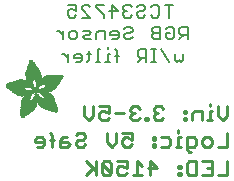
<source format=gbr>
G04 EAGLE Gerber RS-274X export*
G75*
%MOMM*%
%FSLAX34Y34*%
%LPD*%
%INSilkscreen Bottom*%
%IPPOS*%
%AMOC8*
5,1,8,0,0,1.08239X$1,22.5*%
G01*
%ADD10C,0.228600*%
%ADD11C,0.203200*%
%ADD12R,0.068600X0.007600*%
%ADD13R,0.114300X0.007600*%
%ADD14R,0.152400X0.007700*%
%ADD15R,0.182900X0.007600*%
%ADD16R,0.205700X0.007600*%
%ADD17R,0.228600X0.007600*%
%ADD18R,0.259100X0.007600*%
%ADD19R,0.274300X0.007700*%
%ADD20R,0.289500X0.007600*%
%ADD21R,0.304800X0.007600*%
%ADD22R,0.320100X0.007600*%
%ADD23R,0.342900X0.007600*%
%ADD24R,0.350500X0.007700*%
%ADD25R,0.365800X0.007600*%
%ADD26R,0.381000X0.007600*%
%ADD27R,0.388600X0.007600*%
%ADD28R,0.403800X0.007600*%
%ADD29R,0.419100X0.007700*%
%ADD30R,0.426700X0.007600*%
%ADD31R,0.441900X0.007600*%
%ADD32R,0.449600X0.007600*%
%ADD33R,0.464800X0.007600*%
%ADD34R,0.480000X0.007700*%
%ADD35R,0.487600X0.007600*%
%ADD36R,0.495300X0.007600*%
%ADD37R,0.510500X0.007600*%
%ADD38R,0.518100X0.007600*%
%ADD39R,0.525700X0.007700*%
%ADD40R,0.541000X0.007600*%
%ADD41R,0.548600X0.007600*%
%ADD42R,0.563800X0.007600*%
%ADD43R,0.571500X0.007600*%
%ADD44R,0.579100X0.007700*%
%ADD45R,0.594300X0.007600*%
%ADD46R,0.601900X0.007600*%
%ADD47R,0.609600X0.007600*%
%ADD48R,0.624800X0.007600*%
%ADD49R,0.632400X0.007700*%
%ADD50R,0.640000X0.007600*%
%ADD51R,0.655300X0.007600*%
%ADD52R,0.662900X0.007600*%
%ADD53R,0.678100X0.007600*%
%ADD54R,0.685800X0.007700*%
%ADD55R,0.693400X0.007600*%
%ADD56R,0.708600X0.007600*%
%ADD57R,0.716200X0.007600*%
%ADD58R,0.723900X0.007600*%
%ADD59R,0.739100X0.007700*%
%ADD60R,0.746700X0.007600*%
%ADD61R,0.754300X0.007600*%
%ADD62R,0.769600X0.007600*%
%ADD63R,0.777200X0.007600*%
%ADD64R,0.792400X0.007700*%
%ADD65R,0.800100X0.007600*%
%ADD66R,0.807700X0.007600*%
%ADD67R,0.822900X0.007600*%
%ADD68R,0.830500X0.007600*%
%ADD69R,0.838200X0.007700*%
%ADD70R,0.091500X0.007600*%
%ADD71R,0.853400X0.007600*%
%ADD72R,0.144700X0.007600*%
%ADD73R,0.861000X0.007600*%
%ADD74R,0.190500X0.007600*%
%ADD75R,0.876300X0.007600*%
%ADD76R,0.221000X0.007600*%
%ADD77R,0.883900X0.007600*%
%ADD78R,0.259000X0.007700*%
%ADD79R,0.891500X0.007700*%
%ADD80R,0.289600X0.007600*%
%ADD81R,0.906700X0.007600*%
%ADD82R,0.914400X0.007600*%
%ADD83R,0.350500X0.007600*%
%ADD84R,0.922000X0.007600*%
%ADD85R,0.937200X0.007600*%
%ADD86R,0.411400X0.007700*%
%ADD87R,0.944800X0.007700*%
%ADD88R,0.434300X0.007600*%
%ADD89R,0.952500X0.007600*%
%ADD90R,0.464900X0.007600*%
%ADD91R,0.967700X0.007600*%
%ADD92R,0.975300X0.007600*%
%ADD93R,0.518200X0.007600*%
%ADD94R,0.990600X0.007600*%
%ADD95R,0.548600X0.007700*%
%ADD96R,0.998200X0.007700*%
%ADD97R,1.005800X0.007600*%
%ADD98R,0.594400X0.007600*%
%ADD99R,1.021000X0.007600*%
%ADD100R,0.617200X0.007600*%
%ADD101R,1.028700X0.007600*%
%ADD102R,0.647700X0.007600*%
%ADD103R,1.036300X0.007600*%
%ADD104R,0.670500X0.007700*%
%ADD105R,1.051500X0.007700*%
%ADD106R,1.059100X0.007600*%
%ADD107R,0.716300X0.007600*%
%ADD108R,1.066800X0.007600*%
%ADD109R,0.739100X0.007600*%
%ADD110R,1.074400X0.007600*%
%ADD111R,0.762000X0.007600*%
%ADD112R,1.089600X0.007600*%
%ADD113R,0.784800X0.007700*%
%ADD114R,1.097200X0.007700*%
%ADD115R,1.104900X0.007600*%
%ADD116R,0.830600X0.007600*%
%ADD117R,1.112500X0.007600*%
%ADD118R,0.845800X0.007600*%
%ADD119R,1.120100X0.007600*%
%ADD120R,0.868700X0.007600*%
%ADD121R,1.127700X0.007600*%
%ADD122R,1.135300X0.007700*%
%ADD123R,1.143000X0.007600*%
%ADD124R,0.944900X0.007600*%
%ADD125R,1.150600X0.007600*%
%ADD126R,0.960100X0.007600*%
%ADD127R,1.158200X0.007600*%
%ADD128R,0.983000X0.007600*%
%ADD129R,1.165800X0.007600*%
%ADD130R,1.005900X0.007700*%
%ADD131R,1.173400X0.007700*%
%ADD132R,1.021100X0.007600*%
%ADD133R,1.181100X0.007600*%
%ADD134R,1.044000X0.007600*%
%ADD135R,1.188700X0.007600*%
%ADD136R,1.196300X0.007600*%
%ADD137R,1.082000X0.007600*%
%ADD138R,1.203900X0.007600*%
%ADD139R,1.104900X0.007700*%
%ADD140R,1.211500X0.007700*%
%ADD141R,1.211500X0.007600*%
%ADD142R,1.219200X0.007600*%
%ADD143R,1.226800X0.007600*%
%ADD144R,1.234400X0.007600*%
%ADD145R,1.188700X0.007700*%
%ADD146R,1.242000X0.007700*%
%ADD147R,1.242000X0.007600*%
%ADD148R,1.211600X0.007600*%
%ADD149R,1.249600X0.007600*%
%ADD150R,1.257300X0.007600*%
%ADD151R,1.264900X0.007600*%
%ADD152R,1.242100X0.007700*%
%ADD153R,1.264900X0.007700*%
%ADD154R,1.272500X0.007600*%
%ADD155R,1.265000X0.007600*%
%ADD156R,1.280100X0.007600*%
%ADD157R,1.272600X0.007600*%
%ADD158R,1.287700X0.007600*%
%ADD159R,1.287800X0.007600*%
%ADD160R,1.295400X0.007700*%
%ADD161R,1.303000X0.007600*%
%ADD162R,1.318200X0.007600*%
%ADD163R,1.310600X0.007600*%
%ADD164R,1.325900X0.007600*%
%ADD165R,1.341100X0.007700*%
%ADD166R,1.318200X0.007700*%
%ADD167R,1.341100X0.007600*%
%ADD168R,1.325800X0.007600*%
%ADD169R,1.348700X0.007600*%
%ADD170R,1.364000X0.007600*%
%ADD171R,1.333500X0.007600*%
%ADD172R,1.371600X0.007700*%
%ADD173R,1.379200X0.007600*%
%ADD174R,1.379300X0.007600*%
%ADD175R,1.386900X0.007600*%
%ADD176R,1.394500X0.007600*%
%ADD177R,1.356300X0.007600*%
%ADD178R,1.394400X0.007700*%
%ADD179R,1.356300X0.007700*%
%ADD180R,1.402000X0.007600*%
%ADD181R,1.409700X0.007600*%
%ADD182R,1.363900X0.007600*%
%ADD183R,1.417300X0.007600*%
%ADD184R,1.371600X0.007600*%
%ADD185R,1.424900X0.007700*%
%ADD186R,1.424900X0.007600*%
%ADD187R,1.432600X0.007600*%
%ADD188R,1.440200X0.007600*%
%ADD189R,1.386800X0.007600*%
%ADD190R,1.447800X0.007700*%
%ADD191R,1.386800X0.007700*%
%ADD192R,1.447800X0.007600*%
%ADD193R,1.455500X0.007600*%
%ADD194R,1.394400X0.007600*%
%ADD195R,1.463100X0.007600*%
%ADD196R,1.455400X0.007700*%
%ADD197R,1.463000X0.007600*%
%ADD198R,1.470600X0.007600*%
%ADD199R,1.470600X0.007700*%
%ADD200R,1.409700X0.007700*%
%ADD201R,1.470700X0.007600*%
%ADD202R,1.402100X0.007600*%
%ADD203R,1.478300X0.007600*%
%ADD204R,1.478300X0.007700*%
%ADD205R,1.402100X0.007700*%
%ADD206R,1.485900X0.007600*%
%ADD207R,1.485900X0.007700*%
%ADD208R,1.493500X0.007700*%
%ADD209R,1.493500X0.007600*%
%ADD210R,1.394500X0.007700*%
%ADD211R,1.493600X0.007700*%
%ADD212R,1.386900X0.007700*%
%ADD213R,1.379200X0.007700*%
%ADD214R,2.857500X0.007700*%
%ADD215R,2.857500X0.007600*%
%ADD216R,2.849900X0.007600*%
%ADD217R,2.842300X0.007600*%
%ADD218R,2.834700X0.007700*%
%ADD219R,2.827000X0.007600*%
%ADD220R,2.819400X0.007600*%
%ADD221R,2.811800X0.007600*%
%ADD222R,2.811800X0.007700*%
%ADD223R,2.804100X0.007600*%
%ADD224R,2.796500X0.007600*%
%ADD225R,1.966000X0.007600*%
%ADD226R,1.943100X0.007600*%
%ADD227R,0.754400X0.007600*%
%ADD228R,1.927900X0.007700*%
%ADD229R,0.746700X0.007700*%
%ADD230R,1.912600X0.007600*%
%ADD231R,0.731500X0.007600*%
%ADD232R,1.905000X0.007600*%
%ADD233R,1.882200X0.007600*%
%ADD234R,1.874600X0.007600*%
%ADD235R,1.866900X0.007700*%
%ADD236R,0.708700X0.007700*%
%ADD237R,1.851600X0.007600*%
%ADD238R,0.701100X0.007600*%
%ADD239R,1.844000X0.007600*%
%ADD240R,1.836400X0.007600*%
%ADD241R,1.821200X0.007600*%
%ADD242R,0.685800X0.007600*%
%ADD243R,1.813500X0.007700*%
%ADD244R,1.805900X0.007600*%
%ADD245R,0.678200X0.007600*%
%ADD246R,1.790700X0.007600*%
%ADD247R,0.670600X0.007600*%
%ADD248R,1.775500X0.007600*%
%ADD249R,1.767900X0.007700*%
%ADD250R,0.663000X0.007700*%
%ADD251R,1.760200X0.007600*%
%ADD252R,1.752600X0.007600*%
%ADD253R,0.937300X0.007600*%
%ADD254R,0.792500X0.007600*%
%ADD255R,0.899100X0.007600*%
%ADD256R,0.883900X0.007700*%
%ADD257R,0.716300X0.007700*%
%ADD258R,0.647700X0.007700*%
%ADD259R,0.640100X0.007600*%
%ADD260R,0.632500X0.007600*%
%ADD261R,0.655400X0.007600*%
%ADD262R,0.632400X0.007600*%
%ADD263R,0.845800X0.007700*%
%ADD264R,0.617200X0.007700*%
%ADD265R,0.624800X0.007700*%
%ADD266R,0.602000X0.007600*%
%ADD267R,0.838200X0.007600*%
%ADD268R,0.586700X0.007600*%
%ADD269R,0.548700X0.007600*%
%ADD270R,0.830500X0.007700*%
%ADD271R,0.541000X0.007700*%
%ADD272R,0.594300X0.007700*%
%ADD273R,0.525800X0.007600*%
%ADD274R,0.586800X0.007600*%
%ADD275R,0.815300X0.007600*%
%ADD276R,0.579200X0.007600*%
%ADD277R,0.815400X0.007600*%
%ADD278R,0.815400X0.007700*%
%ADD279R,0.571500X0.007700*%
%ADD280R,0.807800X0.007600*%
%ADD281R,0.563900X0.007600*%
%ADD282R,0.457200X0.007600*%
%ADD283R,0.442000X0.007600*%
%ADD284R,0.556300X0.007600*%
%ADD285R,0.807700X0.007700*%
%ADD286R,0.411500X0.007600*%
%ADD287R,0.533400X0.007600*%
%ADD288R,0.076200X0.007600*%
%ADD289R,0.403900X0.007600*%
%ADD290R,0.525700X0.007600*%
%ADD291R,0.388700X0.007600*%
%ADD292R,0.297200X0.007600*%
%ADD293R,0.373400X0.007700*%
%ADD294R,0.503000X0.007700*%
%ADD295R,0.426800X0.007700*%
%ADD296R,0.358100X0.007600*%
%ADD297R,0.502900X0.007600*%
%ADD298R,0.472400X0.007600*%
%ADD299R,0.487700X0.007600*%
%ADD300R,0.335300X0.007600*%
%ADD301R,0.792500X0.007700*%
%ADD302R,0.327600X0.007700*%
%ADD303R,0.472400X0.007700*%
%ADD304R,0.640000X0.007700*%
%ADD305R,0.784800X0.007600*%
%ADD306R,0.320000X0.007600*%
%ADD307R,0.792400X0.007600*%
%ADD308R,1.173400X0.007600*%
%ADD309R,1.196400X0.007600*%
%ADD310R,0.784900X0.007600*%
%ADD311R,0.784900X0.007700*%
%ADD312R,0.297200X0.007700*%
%ADD313R,1.249700X0.007600*%
%ADD314R,0.281900X0.007600*%
%ADD315R,1.295400X0.007600*%
%ADD316R,0.266700X0.007600*%
%ADD317R,0.777300X0.007700*%
%ADD318R,0.266700X0.007700*%
%ADD319R,1.333500X0.007700*%
%ADD320R,0.777300X0.007600*%
%ADD321R,1.348800X0.007600*%
%ADD322R,0.251500X0.007600*%
%ADD323R,0.243900X0.007700*%
%ADD324R,0.243900X0.007600*%
%ADD325R,1.440100X0.007600*%
%ADD326R,0.236200X0.007600*%
%ADD327R,0.762000X0.007700*%
%ADD328R,0.236200X0.007700*%
%ADD329R,1.508700X0.007700*%
%ADD330R,1.531600X0.007600*%
%ADD331R,1.546900X0.007600*%
%ADD332R,1.569700X0.007600*%
%ADD333R,1.585000X0.007600*%
%ADD334R,0.746800X0.007700*%
%ADD335R,1.607800X0.007700*%
%ADD336R,0.243800X0.007600*%
%ADD337R,1.630700X0.007600*%
%ADD338R,1.653500X0.007600*%
%ADD339R,0.739200X0.007600*%
%ADD340R,1.684000X0.007600*%
%ADD341R,2.019300X0.007600*%
%ADD342R,0.731500X0.007700*%
%ADD343R,2.026900X0.007700*%
%ADD344R,2.049800X0.007600*%
%ADD345R,2.057400X0.007600*%
%ADD346R,0.708700X0.007600*%
%ADD347R,2.072600X0.007600*%
%ADD348R,0.701000X0.007600*%
%ADD349R,2.095500X0.007600*%
%ADD350R,0.693500X0.007700*%
%ADD351R,2.110800X0.007700*%
%ADD352R,2.141200X0.007600*%
%ADD353R,0.060900X0.007600*%
%ADD354R,2.872700X0.007600*%
%ADD355R,3.124200X0.007600*%
%ADD356R,3.177600X0.007600*%
%ADD357R,3.215600X0.007700*%
%ADD358R,3.253700X0.007600*%
%ADD359R,3.284300X0.007600*%
%ADD360R,3.314700X0.007600*%
%ADD361R,3.352800X0.007600*%
%ADD362R,3.375600X0.007700*%
%ADD363R,3.406200X0.007600*%
%ADD364R,3.429000X0.007600*%
%ADD365R,3.451800X0.007600*%
%ADD366R,3.482400X0.007600*%
%ADD367R,1.828800X0.007700*%
%ADD368R,1.539300X0.007700*%
%ADD369R,1.767900X0.007600*%
%ADD370R,1.767800X0.007600*%
%ADD371R,1.760200X0.007700*%
%ADD372R,1.760300X0.007600*%
%ADD373R,1.775400X0.007700*%
%ADD374R,1.379300X0.007700*%
%ADD375R,1.783000X0.007600*%
%ADD376R,1.813500X0.007600*%
%ADD377R,1.821100X0.007700*%
%ADD378R,0.503000X0.007600*%
%ADD379R,1.135400X0.007600*%
%ADD380R,1.127700X0.007700*%
%ADD381R,0.487700X0.007700*%
%ADD382R,1.120200X0.007600*%
%ADD383R,1.097300X0.007600*%
%ADD384R,0.510600X0.007600*%
%ADD385R,1.074400X0.007700*%
%ADD386R,0.525800X0.007700*%
%ADD387R,1.440200X0.007700*%
%ADD388R,1.059200X0.007600*%
%ADD389R,1.051600X0.007600*%
%ADD390R,1.051500X0.007600*%
%ADD391R,1.043900X0.007700*%
%ADD392R,0.602000X0.007700*%
%ADD393R,1.524000X0.007600*%
%ADD394R,1.539300X0.007600*%
%ADD395R,1.592600X0.007600*%
%ADD396R,1.021100X0.007700*%
%ADD397R,1.615400X0.007700*%
%ADD398R,1.013400X0.007600*%
%ADD399R,1.653600X0.007600*%
%ADD400R,1.013500X0.007600*%
%ADD401R,1.699300X0.007600*%
%ADD402R,2.743200X0.007600*%
%ADD403R,1.005900X0.007600*%
%ADD404R,2.415500X0.007600*%
%ADD405R,1.005800X0.007700*%
%ADD406R,0.281900X0.007700*%
%ADD407R,2.408000X0.007700*%
%ADD408R,2.407900X0.007600*%
%ADD409R,0.998200X0.007600*%
%ADD410R,0.282000X0.007600*%
%ADD411R,0.998300X0.007600*%
%ADD412R,2.400300X0.007600*%
%ADD413R,0.289500X0.007700*%
%ADD414R,2.400300X0.007700*%
%ADD415R,0.297100X0.007600*%
%ADD416R,0.312400X0.007600*%
%ADD417R,2.392700X0.007600*%
%ADD418R,0.990600X0.007700*%
%ADD419R,0.327700X0.007700*%
%ADD420R,2.392700X0.007700*%
%ADD421R,2.385100X0.007600*%
%ADD422R,0.381000X0.007700*%
%ADD423R,2.377400X0.007700*%
%ADD424R,2.377400X0.007600*%
%ADD425R,2.369800X0.007600*%
%ADD426R,0.419100X0.007600*%
%ADD427R,2.362200X0.007600*%
%ADD428R,0.426800X0.007600*%
%ADD429R,1.036300X0.007700*%
%ADD430R,0.442000X0.007700*%
%ADD431R,2.354600X0.007700*%
%ADD432R,2.354600X0.007600*%
%ADD433R,0.480100X0.007600*%
%ADD434R,2.347000X0.007600*%
%ADD435R,1.074500X0.007600*%
%ADD436R,2.339400X0.007600*%
%ADD437R,1.082100X0.007700*%
%ADD438R,0.548700X0.007700*%
%ADD439R,2.331800X0.007700*%
%ADD440R,2.331800X0.007600*%
%ADD441R,0.624900X0.007600*%
%ADD442R,2.324100X0.007600*%
%ADD443R,1.859300X0.007600*%
%ADD444R,2.308800X0.007600*%
%ADD445R,2.301200X0.007700*%
%ADD446R,2.301200X0.007600*%
%ADD447R,2.293600X0.007600*%
%ADD448R,2.278400X0.007600*%
%ADD449R,1.889800X0.007600*%
%ADD450R,2.270700X0.007600*%
%ADD451R,1.897400X0.007700*%
%ADD452R,2.255500X0.007700*%
%ADD453R,1.897400X0.007600*%
%ADD454R,2.247900X0.007600*%
%ADD455R,2.232600X0.007600*%
%ADD456R,1.912700X0.007600*%
%ADD457R,2.209800X0.007600*%
%ADD458R,1.920300X0.007600*%
%ADD459R,2.186900X0.007600*%
%ADD460R,1.920300X0.007700*%
%ADD461R,2.171700X0.007700*%
%ADD462R,1.935500X0.007600*%
%ADD463R,2.148800X0.007600*%
%ADD464R,2.126000X0.007600*%
%ADD465R,1.950700X0.007600*%
%ADD466R,1.958400X0.007700*%
%ADD467R,2.042200X0.007700*%
%ADD468R,1.973600X0.007600*%
%ADD469R,1.996500X0.007600*%
%ADD470R,1.981200X0.007600*%
%ADD471R,1.988800X0.007600*%
%ADD472R,1.996400X0.007700*%
%ADD473R,1.996400X0.007600*%
%ADD474R,2.004100X0.007600*%
%ADD475R,1.874500X0.007600*%
%ADD476R,1.425000X0.007600*%
%ADD477R,2.026900X0.007600*%
%ADD478R,0.434400X0.007700*%
%ADD479R,1.364000X0.007700*%
%ADD480R,2.034500X0.007600*%
%ADD481R,0.434400X0.007600*%
%ADD482R,2.049700X0.007600*%
%ADD483R,2.065000X0.007700*%
%ADD484R,0.464800X0.007700*%
%ADD485R,1.196300X0.007700*%
%ADD486R,2.080300X0.007600*%
%ADD487R,1.158300X0.007600*%
%ADD488R,2.087900X0.007600*%
%ADD489R,0.472500X0.007600*%
%ADD490R,2.103100X0.007600*%
%ADD491R,2.118400X0.007600*%
%ADD492R,2.133600X0.007600*%
%ADD493R,2.148800X0.007700*%
%ADD494R,2.164000X0.007600*%
%ADD495R,2.171700X0.007600*%
%ADD496R,2.187000X0.007600*%
%ADD497R,0.556200X0.007600*%
%ADD498R,2.202200X0.007700*%
%ADD499R,0.556200X0.007700*%
%ADD500R,0.640100X0.007700*%
%ADD501R,0.579100X0.007600*%
%ADD502R,0.480000X0.007600*%
%ADD503R,1.752600X0.007700*%
%ADD504R,0.487600X0.007700*%
%ADD505R,0.594400X0.007700*%
%ADD506R,0.358100X0.007700*%
%ADD507R,0.099000X0.007600*%
%ADD508R,1.280200X0.007600*%
%ADD509R,1.745000X0.007600*%
%ADD510R,1.744900X0.007600*%
%ADD511R,1.737300X0.007700*%
%ADD512R,1.737400X0.007600*%
%ADD513R,1.729800X0.007600*%
%ADD514R,1.722200X0.007600*%
%ADD515R,1.722100X0.007600*%
%ADD516R,1.714500X0.007700*%
%ADD517R,1.356400X0.007700*%
%ADD518R,1.706900X0.007600*%
%ADD519R,1.356400X0.007600*%
%ADD520R,1.691700X0.007600*%
%ADD521R,1.668800X0.007700*%
%ADD522R,1.645900X0.007600*%
%ADD523R,1.623100X0.007600*%
%ADD524R,1.577400X0.007600*%
%ADD525R,1.554400X0.007600*%
%ADD526R,1.539200X0.007600*%
%ADD527R,1.524000X0.007700*%
%ADD528R,1.501100X0.007600*%
%ADD529R,1.455400X0.007600*%
%ADD530R,1.348800X0.007700*%
%ADD531R,1.318300X0.007600*%
%ADD532R,1.310600X0.007700*%
%ADD533R,1.287800X0.007700*%
%ADD534R,1.234500X0.007600*%
%ADD535R,1.226900X0.007600*%
%ADD536R,1.173500X0.007700*%
%ADD537R,1.173500X0.007600*%
%ADD538R,1.165900X0.007600*%
%ADD539R,1.143000X0.007700*%
%ADD540R,1.127800X0.007600*%
%ADD541R,1.097200X0.007600*%
%ADD542R,1.028700X0.007700*%
%ADD543R,0.982900X0.007600*%
%ADD544R,0.952500X0.007700*%
%ADD545R,0.929600X0.007600*%
%ADD546R,0.906800X0.007700*%
%ADD547R,0.906800X0.007600*%
%ADD548R,0.899200X0.007600*%
%ADD549R,0.884000X0.007600*%
%ADD550R,0.876300X0.007700*%
%ADD551R,0.830600X0.007700*%
%ADD552R,0.754400X0.007700*%
%ADD553R,0.746800X0.007600*%
%ADD554R,0.708600X0.007700*%
%ADD555R,0.678200X0.007700*%
%ADD556R,0.663000X0.007600*%
%ADD557R,0.632500X0.007700*%
%ADD558R,0.556300X0.007700*%
%ADD559R,0.518200X0.007700*%
%ADD560R,0.434300X0.007700*%
%ADD561R,0.396300X0.007700*%
%ADD562R,0.373300X0.007600*%
%ADD563R,0.365700X0.007600*%
%ADD564R,0.327700X0.007600*%
%ADD565R,0.304800X0.007700*%
%ADD566R,0.274300X0.007600*%
%ADD567R,0.243800X0.007700*%
%ADD568R,0.205800X0.007600*%
%ADD569R,0.152400X0.007600*%
%ADD570R,0.121900X0.007700*%


D10*
X190127Y104681D02*
X190127Y96716D01*
X186144Y92733D01*
X182162Y96716D01*
X182162Y104681D01*
X177030Y100698D02*
X175038Y100698D01*
X175038Y92733D01*
X173047Y92733D02*
X177030Y92733D01*
X175038Y104681D02*
X175038Y106673D01*
X168298Y100698D02*
X168298Y92733D01*
X168298Y100698D02*
X162324Y100698D01*
X160333Y98707D01*
X160333Y92733D01*
X155201Y100698D02*
X153210Y100698D01*
X153210Y98707D01*
X155201Y98707D01*
X155201Y100698D01*
X155201Y94724D02*
X153210Y94724D01*
X153210Y92733D01*
X155201Y92733D01*
X155201Y94724D01*
X135555Y102690D02*
X133564Y104681D01*
X129581Y104681D01*
X127590Y102690D01*
X127590Y100698D01*
X129581Y98707D01*
X131572Y98707D01*
X129581Y98707D02*
X127590Y96716D01*
X127590Y94724D01*
X129581Y92733D01*
X133564Y92733D01*
X135555Y94724D01*
X122458Y94724D02*
X122458Y92733D01*
X122458Y94724D02*
X120467Y94724D01*
X120467Y92733D01*
X122458Y92733D01*
X115909Y102690D02*
X113918Y104681D01*
X109935Y104681D01*
X107944Y102690D01*
X107944Y100698D01*
X109935Y98707D01*
X111927Y98707D01*
X109935Y98707D02*
X107944Y96716D01*
X107944Y94724D01*
X109935Y92733D01*
X113918Y92733D01*
X115909Y94724D01*
X102812Y98707D02*
X94847Y98707D01*
X89715Y104681D02*
X81749Y104681D01*
X89715Y104681D02*
X89715Y98707D01*
X85732Y100698D01*
X83741Y100698D01*
X81749Y98707D01*
X81749Y94724D01*
X83741Y92733D01*
X87723Y92733D01*
X89715Y94724D01*
X76618Y96716D02*
X76618Y104681D01*
X76618Y96716D02*
X72635Y92733D01*
X68652Y96716D01*
X68652Y104681D01*
X189807Y82221D02*
X189807Y70273D01*
X181842Y70273D01*
X174718Y70273D02*
X170736Y70273D01*
X168744Y72264D01*
X168744Y76247D01*
X170736Y78238D01*
X174718Y78238D01*
X176710Y76247D01*
X176710Y72264D01*
X174718Y70273D01*
X159630Y66290D02*
X157638Y66290D01*
X155647Y68282D01*
X155647Y78238D01*
X161621Y78238D01*
X163613Y76247D01*
X163613Y72264D01*
X161621Y70273D01*
X155647Y70273D01*
X150515Y78238D02*
X148524Y78238D01*
X148524Y70273D01*
X150515Y70273D02*
X146533Y70273D01*
X148524Y82221D02*
X148524Y84213D01*
X139792Y78238D02*
X133818Y78238D01*
X139792Y78238D02*
X141784Y76247D01*
X141784Y72264D01*
X139792Y70273D01*
X133818Y70273D01*
X128687Y78238D02*
X126695Y78238D01*
X126695Y76247D01*
X128687Y76247D01*
X128687Y78238D01*
X128687Y72264D02*
X126695Y72264D01*
X126695Y70273D01*
X128687Y70273D01*
X128687Y72264D01*
X109041Y82221D02*
X101075Y82221D01*
X109041Y82221D02*
X109041Y76247D01*
X105058Y78238D01*
X103067Y78238D01*
X101075Y76247D01*
X101075Y72264D01*
X103067Y70273D01*
X107049Y70273D01*
X109041Y72264D01*
X95943Y74256D02*
X95943Y82221D01*
X95943Y74256D02*
X91961Y70273D01*
X87978Y74256D01*
X87978Y82221D01*
X63775Y82221D02*
X61783Y80230D01*
X63775Y82221D02*
X67758Y82221D01*
X69749Y80230D01*
X69749Y78238D01*
X67758Y76247D01*
X63775Y76247D01*
X61783Y74256D01*
X61783Y72264D01*
X63775Y70273D01*
X67758Y70273D01*
X69749Y72264D01*
X54660Y78238D02*
X50678Y78238D01*
X48686Y76247D01*
X48686Y70273D01*
X54660Y70273D01*
X56652Y72264D01*
X54660Y74256D01*
X48686Y74256D01*
X41563Y70273D02*
X41563Y80230D01*
X39572Y82221D01*
X39572Y76247D02*
X43554Y76247D01*
X32832Y70273D02*
X28849Y70273D01*
X32832Y70273D02*
X34823Y72264D01*
X34823Y76247D01*
X32832Y78238D01*
X28849Y78238D01*
X26857Y76247D01*
X26857Y74256D01*
X34823Y74256D01*
D11*
X140515Y179746D02*
X140515Y190423D01*
X144074Y190423D02*
X136956Y190423D01*
X127041Y190423D02*
X125262Y188644D01*
X127041Y190423D02*
X130601Y190423D01*
X132380Y188644D01*
X132380Y181526D01*
X130601Y179746D01*
X127041Y179746D01*
X125262Y181526D01*
X115348Y190423D02*
X113568Y188644D01*
X115348Y190423D02*
X118907Y190423D01*
X120686Y188644D01*
X120686Y186864D01*
X118907Y185085D01*
X115348Y185085D01*
X113568Y183305D01*
X113568Y181526D01*
X115348Y179746D01*
X118907Y179746D01*
X120686Y181526D01*
X108992Y188644D02*
X107213Y190423D01*
X103654Y190423D01*
X101874Y188644D01*
X101874Y186864D01*
X103654Y185085D01*
X105433Y185085D01*
X103654Y185085D02*
X101874Y183305D01*
X101874Y181526D01*
X103654Y179746D01*
X107213Y179746D01*
X108992Y181526D01*
X91960Y179746D02*
X91960Y190423D01*
X97298Y185085D01*
X90180Y185085D01*
X85604Y190423D02*
X78486Y190423D01*
X78486Y188644D01*
X85604Y181526D01*
X85604Y179746D01*
X73910Y179746D02*
X66792Y179746D01*
X73910Y179746D02*
X66792Y186864D01*
X66792Y188644D01*
X68572Y190423D01*
X72131Y190423D01*
X73910Y188644D01*
X62216Y190423D02*
X55098Y190423D01*
X62216Y190423D02*
X62216Y185085D01*
X58657Y186864D01*
X56878Y186864D01*
X55098Y185085D01*
X55098Y181526D01*
X56878Y179746D01*
X60437Y179746D01*
X62216Y181526D01*
X156504Y171883D02*
X156504Y161206D01*
X156504Y171883D02*
X151165Y171883D01*
X149386Y170104D01*
X149386Y166545D01*
X151165Y164765D01*
X156504Y164765D01*
X152945Y164765D02*
X149386Y161206D01*
X139471Y171883D02*
X137692Y170104D01*
X139471Y171883D02*
X143031Y171883D01*
X144810Y170104D01*
X144810Y162986D01*
X143031Y161206D01*
X139471Y161206D01*
X137692Y162986D01*
X137692Y166545D01*
X141251Y166545D01*
X133116Y171883D02*
X133116Y161206D01*
X133116Y171883D02*
X127778Y171883D01*
X125998Y170104D01*
X125998Y168324D01*
X127778Y166545D01*
X125998Y164765D01*
X125998Y162986D01*
X127778Y161206D01*
X133116Y161206D01*
X133116Y166545D02*
X127778Y166545D01*
X104390Y171883D02*
X102610Y170104D01*
X104390Y171883D02*
X107949Y171883D01*
X109728Y170104D01*
X109728Y168324D01*
X107949Y166545D01*
X104390Y166545D01*
X102610Y164765D01*
X102610Y162986D01*
X104390Y161206D01*
X107949Y161206D01*
X109728Y162986D01*
X96255Y161206D02*
X92696Y161206D01*
X96255Y161206D02*
X98034Y162986D01*
X98034Y166545D01*
X96255Y168324D01*
X92696Y168324D01*
X90916Y166545D01*
X90916Y164765D01*
X98034Y164765D01*
X86340Y161206D02*
X86340Y168324D01*
X81002Y168324D01*
X79222Y166545D01*
X79222Y161206D01*
X74646Y161206D02*
X69308Y161206D01*
X67528Y162986D01*
X69308Y164765D01*
X72867Y164765D01*
X74646Y166545D01*
X72867Y168324D01*
X67528Y168324D01*
X61173Y161206D02*
X57614Y161206D01*
X55834Y162986D01*
X55834Y166545D01*
X57614Y168324D01*
X61173Y168324D01*
X62952Y166545D01*
X62952Y162986D01*
X61173Y161206D01*
X51258Y161206D02*
X51258Y168324D01*
X51258Y164765D02*
X47699Y168324D01*
X45920Y168324D01*
X152694Y149274D02*
X152694Y143936D01*
X150915Y142156D01*
X149135Y143936D01*
X147355Y142156D01*
X145576Y143936D01*
X145576Y149274D01*
X141000Y142156D02*
X133882Y152833D01*
X129306Y142156D02*
X125747Y142156D01*
X127527Y142156D02*
X127527Y152833D01*
X129306Y152833D02*
X125747Y152833D01*
X121510Y152833D02*
X121510Y142156D01*
X121510Y152833D02*
X116172Y152833D01*
X114392Y151054D01*
X114392Y147495D01*
X116172Y145715D01*
X121510Y145715D01*
X117951Y145715D02*
X114392Y142156D01*
X96343Y142156D02*
X96343Y151054D01*
X94563Y152833D01*
X94563Y147495D02*
X98122Y147495D01*
X90326Y149274D02*
X88547Y149274D01*
X88547Y142156D01*
X90326Y142156D02*
X86767Y142156D01*
X88547Y152833D02*
X88547Y154613D01*
X82530Y152833D02*
X80751Y152833D01*
X80751Y142156D01*
X82530Y142156D02*
X78971Y142156D01*
X72955Y143936D02*
X72955Y151054D01*
X72955Y143936D02*
X71175Y142156D01*
X71175Y149274D02*
X74734Y149274D01*
X65159Y142156D02*
X61600Y142156D01*
X65159Y142156D02*
X66938Y143936D01*
X66938Y147495D01*
X65159Y149274D01*
X61600Y149274D01*
X59820Y147495D01*
X59820Y145715D01*
X66938Y145715D01*
X55244Y142156D02*
X55244Y149274D01*
X55244Y145715D02*
X51685Y149274D01*
X49906Y149274D01*
D10*
X189807Y58091D02*
X189807Y46143D01*
X181842Y46143D01*
X176710Y58091D02*
X168744Y58091D01*
X176710Y58091D02*
X176710Y46143D01*
X168744Y46143D01*
X172727Y52117D02*
X176710Y52117D01*
X163613Y58091D02*
X163613Y46143D01*
X157638Y46143D01*
X155647Y48134D01*
X155647Y56100D01*
X157638Y58091D01*
X163613Y58091D01*
X150515Y54108D02*
X148524Y54108D01*
X148524Y52117D01*
X150515Y52117D01*
X150515Y54108D01*
X150515Y48134D02*
X148524Y48134D01*
X148524Y46143D01*
X150515Y46143D01*
X150515Y48134D01*
X124895Y46143D02*
X124895Y58091D01*
X130869Y52117D01*
X122904Y52117D01*
X117772Y54108D02*
X113789Y58091D01*
X113789Y46143D01*
X109807Y46143D02*
X117772Y46143D01*
X104675Y58091D02*
X96709Y58091D01*
X104675Y58091D02*
X104675Y52117D01*
X100692Y54108D01*
X98701Y54108D01*
X96709Y52117D01*
X96709Y48134D01*
X98701Y46143D01*
X102684Y46143D01*
X104675Y48134D01*
X91578Y48134D02*
X91578Y56100D01*
X89586Y58091D01*
X85604Y58091D01*
X83612Y56100D01*
X83612Y48134D01*
X85604Y46143D01*
X89586Y46143D01*
X91578Y48134D01*
X83612Y56100D01*
X78480Y58091D02*
X78480Y46143D01*
X78480Y50126D02*
X70515Y58091D01*
X76489Y52117D02*
X70515Y46143D01*
D12*
X16852Y94610D03*
D13*
X16853Y94686D03*
D14*
X16890Y94763D03*
D15*
X16891Y94839D03*
D16*
X16853Y94915D03*
D17*
X16890Y94991D03*
D18*
X16891Y95067D03*
D19*
X16891Y95144D03*
D20*
X16891Y95220D03*
D21*
X16967Y95296D03*
D22*
X16967Y95372D03*
D23*
X17005Y95448D03*
D24*
X17043Y95525D03*
D25*
X17043Y95601D03*
D26*
X17119Y95677D03*
D27*
X17157Y95753D03*
D28*
X17157Y95829D03*
D29*
X17234Y95906D03*
D30*
X17272Y95982D03*
D31*
X17348Y96058D03*
D32*
X17386Y96134D03*
D33*
X17386Y96210D03*
D34*
X17462Y96287D03*
D35*
X17500Y96363D03*
D36*
X17539Y96439D03*
D37*
X17615Y96515D03*
D38*
X17653Y96591D03*
D39*
X17691Y96668D03*
D40*
X17767Y96744D03*
D41*
X17805Y96820D03*
D42*
X17881Y96896D03*
D43*
X17920Y96972D03*
D44*
X17958Y97049D03*
D45*
X18034Y97125D03*
D46*
X18072Y97201D03*
D47*
X18110Y97277D03*
D48*
X18186Y97353D03*
D49*
X18224Y97430D03*
D50*
X18262Y97506D03*
D51*
X18339Y97582D03*
D52*
X18377Y97658D03*
D53*
X18453Y97734D03*
D54*
X18491Y97811D03*
D55*
X18529Y97887D03*
D56*
X18605Y97963D03*
D57*
X18643Y98039D03*
D58*
X18682Y98115D03*
D59*
X18758Y98192D03*
D60*
X18796Y98268D03*
D61*
X18834Y98344D03*
D62*
X18910Y98420D03*
D63*
X18948Y98496D03*
D64*
X19024Y98573D03*
D65*
X19063Y98649D03*
D66*
X19101Y98725D03*
D67*
X19177Y98801D03*
D68*
X19215Y98877D03*
D69*
X19253Y98954D03*
D70*
X44780Y99030D03*
D71*
X19329Y99030D03*
D72*
X44742Y99106D03*
D73*
X19367Y99106D03*
D74*
X44666Y99182D03*
D75*
X19444Y99182D03*
D76*
X44589Y99258D03*
D77*
X19482Y99258D03*
D78*
X44551Y99335D03*
D79*
X19520Y99335D03*
D80*
X44475Y99411D03*
D81*
X19596Y99411D03*
D22*
X44399Y99487D03*
D82*
X19634Y99487D03*
D83*
X44323Y99563D03*
D84*
X19672Y99563D03*
D26*
X44246Y99639D03*
D85*
X19748Y99639D03*
D86*
X44170Y99716D03*
D87*
X19786Y99716D03*
D88*
X44056Y99792D03*
D89*
X19825Y99792D03*
D90*
X43980Y99868D03*
D91*
X19901Y99868D03*
D36*
X43904Y99944D03*
D92*
X19939Y99944D03*
D93*
X43789Y100020D03*
D94*
X20015Y100020D03*
D95*
X43713Y100097D03*
D96*
X20053Y100097D03*
D43*
X43599Y100173D03*
D97*
X20091Y100173D03*
D98*
X43484Y100249D03*
D99*
X20167Y100249D03*
D100*
X43370Y100325D03*
D101*
X20206Y100325D03*
D102*
X43294Y100401D03*
D103*
X20244Y100401D03*
D104*
X43180Y100478D03*
D105*
X20320Y100478D03*
D55*
X43065Y100554D03*
D106*
X20358Y100554D03*
D107*
X42951Y100630D03*
D108*
X20396Y100630D03*
D109*
X42837Y100706D03*
D110*
X20434Y100706D03*
D111*
X42722Y100782D03*
D112*
X20510Y100782D03*
D113*
X42608Y100859D03*
D114*
X20548Y100859D03*
D66*
X42494Y100935D03*
D115*
X20587Y100935D03*
D116*
X42379Y101011D03*
D117*
X20625Y101011D03*
D118*
X42227Y101087D03*
D119*
X20663Y101087D03*
D120*
X42113Y101163D03*
D121*
X20701Y101163D03*
D79*
X41999Y101240D03*
D122*
X20739Y101240D03*
D84*
X41846Y101316D03*
D123*
X20777Y101316D03*
D124*
X41732Y101392D03*
D125*
X20815Y101392D03*
D126*
X41580Y101468D03*
D127*
X20853Y101468D03*
D128*
X41465Y101544D03*
D129*
X20891Y101544D03*
D130*
X41351Y101621D03*
D131*
X20929Y101621D03*
D132*
X41199Y101697D03*
D133*
X20968Y101697D03*
D134*
X41084Y101773D03*
D135*
X21006Y101773D03*
D108*
X40970Y101849D03*
D136*
X21044Y101849D03*
D137*
X40817Y101925D03*
D138*
X21082Y101925D03*
D139*
X40703Y102002D03*
D140*
X21120Y102002D03*
D119*
X40627Y102078D03*
D141*
X21120Y102078D03*
D123*
X40512Y102154D03*
D142*
X21158Y102154D03*
D125*
X40398Y102230D03*
D143*
X21196Y102230D03*
D129*
X40322Y102306D03*
D144*
X21234Y102306D03*
D145*
X40208Y102383D03*
D146*
X21272Y102383D03*
D136*
X40094Y102459D03*
D147*
X21272Y102459D03*
D148*
X40017Y102535D03*
D149*
X21310Y102535D03*
D143*
X39941Y102611D03*
D150*
X21349Y102611D03*
D143*
X39865Y102687D03*
D151*
X21387Y102687D03*
D152*
X39789Y102764D03*
D153*
X21387Y102764D03*
D150*
X39713Y102840D03*
D154*
X21425Y102840D03*
D155*
X39598Y102916D03*
D156*
X21463Y102916D03*
D157*
X39560Y102992D03*
D158*
X21501Y102992D03*
D159*
X39484Y103068D03*
D158*
X21501Y103068D03*
D160*
X39369Y103145D03*
X21539Y103145D03*
D161*
X39331Y103221D03*
X21577Y103221D03*
D162*
X39255Y103297D03*
D161*
X21577Y103297D03*
D162*
X39179Y103373D03*
D163*
X21615Y103373D03*
D164*
X39141Y103449D03*
D163*
X21615Y103449D03*
D165*
X39065Y103526D03*
D166*
X21653Y103526D03*
D167*
X38989Y103602D03*
D168*
X21691Y103602D03*
D169*
X38951Y103678D03*
D168*
X21691Y103678D03*
D170*
X38874Y103754D03*
D171*
X21730Y103754D03*
D170*
X38798Y103830D03*
D171*
X21730Y103830D03*
D172*
X38760Y103907D03*
D165*
X21768Y103907D03*
D173*
X38722Y103983D03*
D167*
X21768Y103983D03*
D174*
X38646Y104059D03*
D169*
X21806Y104059D03*
D175*
X38608Y104135D03*
D169*
X21806Y104135D03*
D176*
X38570Y104211D03*
D177*
X21844Y104211D03*
D178*
X38493Y104288D03*
D179*
X21844Y104288D03*
D180*
X38455Y104364D03*
D177*
X21844Y104364D03*
D181*
X38417Y104440D03*
D182*
X21882Y104440D03*
D181*
X38341Y104516D03*
D182*
X21882Y104516D03*
D183*
X38303Y104592D03*
D184*
X21920Y104592D03*
D185*
X38265Y104669D03*
D172*
X21920Y104669D03*
D186*
X38189Y104745D03*
D184*
X21920Y104745D03*
D187*
X38150Y104821D03*
D173*
X21958Y104821D03*
D188*
X38112Y104897D03*
D173*
X21958Y104897D03*
D188*
X38036Y104973D03*
D189*
X21996Y104973D03*
D190*
X37998Y105050D03*
D191*
X21996Y105050D03*
D192*
X37998Y105126D03*
D189*
X21996Y105126D03*
D192*
X37922Y105202D03*
D189*
X21996Y105202D03*
D193*
X37884Y105278D03*
D194*
X22034Y105278D03*
D195*
X37846Y105354D03*
D194*
X22034Y105354D03*
D196*
X37807Y105431D03*
D178*
X22034Y105431D03*
D197*
X37769Y105507D03*
D180*
X22072Y105507D03*
D198*
X37731Y105583D03*
D180*
X22072Y105583D03*
D197*
X37693Y105659D03*
D180*
X22072Y105659D03*
D198*
X37655Y105735D03*
D180*
X22072Y105735D03*
D199*
X37655Y105812D03*
D200*
X22111Y105812D03*
D201*
X37579Y105888D03*
D202*
X22149Y105888D03*
D203*
X37541Y105964D03*
D202*
X22149Y105964D03*
D203*
X37541Y106040D03*
D202*
X22149Y106040D03*
D203*
X37465Y106116D03*
D202*
X22149Y106116D03*
D204*
X37465Y106193D03*
D205*
X22149Y106193D03*
D206*
X37427Y106269D03*
D181*
X22187Y106269D03*
D203*
X37389Y106345D03*
D181*
X22187Y106345D03*
D206*
X37351Y106421D03*
D181*
X22187Y106421D03*
D206*
X37351Y106497D03*
D181*
X22187Y106497D03*
D207*
X37274Y106574D03*
D200*
X22187Y106574D03*
D206*
X37274Y106650D03*
D181*
X22187Y106650D03*
D206*
X37274Y106726D03*
D181*
X22187Y106726D03*
D206*
X37198Y106802D03*
D202*
X22225Y106802D03*
D206*
X37198Y106878D03*
D202*
X22225Y106878D03*
D208*
X37160Y106955D03*
D205*
X22225Y106955D03*
D206*
X37122Y107031D03*
D202*
X22225Y107031D03*
D206*
X37122Y107107D03*
D202*
X22225Y107107D03*
D209*
X37084Y107183D03*
D202*
X22225Y107183D03*
D206*
X37046Y107259D03*
D202*
X22225Y107259D03*
D207*
X37046Y107336D03*
D210*
X22263Y107336D03*
D209*
X37008Y107412D03*
D176*
X22263Y107412D03*
D206*
X36970Y107488D03*
D176*
X22263Y107488D03*
D206*
X36970Y107564D03*
D176*
X22263Y107564D03*
D206*
X36970Y107640D03*
D176*
X22263Y107640D03*
D211*
X36931Y107717D03*
D212*
X22301Y107717D03*
D206*
X36893Y107793D03*
D175*
X22301Y107793D03*
D206*
X36893Y107869D03*
D175*
X22301Y107869D03*
D209*
X36855Y107945D03*
D175*
X22301Y107945D03*
D206*
X36817Y108021D03*
D173*
X22339Y108021D03*
D207*
X36817Y108098D03*
D213*
X22339Y108098D03*
D209*
X36779Y108174D03*
D173*
X22339Y108174D03*
D206*
X36741Y108250D03*
D173*
X22339Y108250D03*
D206*
X36741Y108326D03*
D184*
X22377Y108326D03*
D206*
X36741Y108402D03*
D184*
X22377Y108402D03*
D214*
X29807Y108479D03*
D215*
X29807Y108555D03*
D216*
X29845Y108631D03*
D217*
X29807Y108707D03*
X29807Y108783D03*
D218*
X29845Y108860D03*
D219*
X29806Y108936D03*
X29806Y109012D03*
D220*
X29844Y109088D03*
D221*
X29806Y109164D03*
D222*
X29806Y109241D03*
D223*
X29845Y109317D03*
D224*
X29807Y109393D03*
D225*
X33959Y109469D03*
D62*
X19748Y109469D03*
D226*
X34074Y109545D03*
D227*
X19672Y109545D03*
D228*
X34074Y109622D03*
D229*
X19634Y109622D03*
D230*
X34150Y109698D03*
D231*
X19634Y109698D03*
D232*
X34188Y109774D03*
D231*
X19634Y109774D03*
D233*
X34226Y109850D03*
D107*
X19634Y109850D03*
D234*
X34264Y109926D03*
D107*
X19634Y109926D03*
D235*
X34303Y110003D03*
D236*
X19672Y110003D03*
D237*
X34302Y110079D03*
D238*
X19634Y110079D03*
D239*
X34340Y110155D03*
D55*
X19672Y110155D03*
D240*
X34378Y110231D03*
D55*
X19672Y110231D03*
D241*
X34378Y110307D03*
D242*
X19710Y110307D03*
D243*
X34417Y110384D03*
D54*
X19710Y110384D03*
D244*
X34455Y110460D03*
D245*
X19748Y110460D03*
D246*
X34455Y110536D03*
D245*
X19748Y110536D03*
D246*
X34455Y110612D03*
D247*
X19786Y110612D03*
D248*
X34455Y110688D03*
D247*
X19786Y110688D03*
D249*
X34493Y110765D03*
D250*
X19824Y110765D03*
D251*
X34531Y110841D03*
D51*
X19863Y110841D03*
D252*
X34493Y110917D03*
D51*
X19863Y110917D03*
D253*
X38570Y110993D03*
D254*
X29769Y110993D03*
D102*
X19901Y110993D03*
D255*
X38684Y111069D03*
D109*
X29578Y111069D03*
D102*
X19977Y111069D03*
D256*
X38760Y111146D03*
D257*
X29464Y111146D03*
D258*
X19977Y111146D03*
D120*
X38760Y111222D03*
D55*
X29425Y111222D03*
D259*
X20015Y111222D03*
D120*
X38760Y111298D03*
D247*
X29387Y111298D03*
D260*
X20053Y111298D03*
D71*
X38760Y111374D03*
D261*
X29311Y111374D03*
D48*
X20091Y111374D03*
D71*
X38760Y111450D03*
D262*
X29273Y111450D03*
D48*
X20091Y111450D03*
D263*
X38722Y111527D03*
D264*
X29197Y111527D03*
D265*
X20167Y111527D03*
D118*
X38722Y111603D03*
D266*
X29197Y111603D03*
D100*
X20205Y111603D03*
D267*
X38684Y111679D03*
D268*
X29121Y111679D03*
D47*
X20243Y111679D03*
D267*
X38684Y111755D03*
D43*
X29121Y111755D03*
D266*
X20281Y111755D03*
D68*
X38646Y111831D03*
D269*
X29083Y111831D03*
D46*
X20358Y111831D03*
D270*
X38646Y111908D03*
D271*
X29044Y111908D03*
D272*
X20396Y111908D03*
D67*
X38608Y111984D03*
D273*
X29044Y111984D03*
D268*
X20434Y111984D03*
D67*
X38608Y112060D03*
D93*
X29006Y112060D03*
D274*
X20510Y112060D03*
D275*
X38570Y112136D03*
D36*
X28969Y112136D03*
D276*
X20548Y112136D03*
D277*
X38493Y112212D03*
D35*
X28930Y112212D03*
D43*
X20587Y112212D03*
D278*
X38493Y112289D03*
D34*
X28892Y112289D03*
D279*
X20663Y112289D03*
D280*
X38455Y112365D03*
D33*
X28892Y112365D03*
D281*
X20701Y112365D03*
D277*
X38417Y112441D03*
D282*
X28854Y112441D03*
D281*
X20777Y112441D03*
D66*
X38379Y112517D03*
D283*
X28854Y112517D03*
D284*
X20815Y112517D03*
D65*
X38341Y112593D03*
D88*
X28816Y112593D03*
D40*
X20891Y112593D03*
D285*
X38303Y112670D03*
D29*
X28816Y112670D03*
D271*
X20967Y112670D03*
D65*
X38265Y112746D03*
D286*
X28778Y112746D03*
D287*
X21005Y112746D03*
D288*
X16052Y112746D03*
D65*
X38189Y112822D03*
D289*
X28740Y112822D03*
D290*
X21120Y112822D03*
D76*
X16014Y112822D03*
D65*
X38189Y112898D03*
D291*
X28740Y112898D03*
D38*
X21158Y112898D03*
D292*
X16014Y112898D03*
D65*
X38113Y112974D03*
D26*
X28701Y112974D03*
D93*
X21234Y112974D03*
D25*
X15976Y112974D03*
D64*
X38074Y113051D03*
D293*
X28663Y113051D03*
D294*
X21310Y113051D03*
D295*
X15976Y113051D03*
D254*
X37998Y113127D03*
D296*
X28664Y113127D03*
D297*
X21387Y113127D03*
D298*
X15976Y113127D03*
D65*
X37960Y113203D03*
D296*
X28664Y113203D03*
D299*
X21463Y113203D03*
D93*
X15976Y113203D03*
D254*
X37922Y113279D03*
D83*
X28626Y113279D03*
D299*
X21539Y113279D03*
D42*
X15976Y113279D03*
D254*
X37846Y113355D03*
D300*
X28626Y113355D03*
D298*
X21615Y113355D03*
D266*
X15938Y113355D03*
D301*
X37770Y113432D03*
D302*
X28587Y113432D03*
D303*
X21691Y113432D03*
D304*
X15976Y113432D03*
D305*
X37731Y113508D03*
D306*
X28549Y113508D03*
D282*
X21767Y113508D03*
D242*
X15976Y113508D03*
D307*
X37693Y113584D03*
D306*
X28549Y113584D03*
D308*
X18262Y113584D03*
D254*
X37617Y113660D03*
D21*
X28549Y113660D03*
D309*
X18224Y113660D03*
D310*
X37579Y113736D03*
D292*
X28511Y113736D03*
D148*
X18148Y113736D03*
D311*
X37503Y113813D03*
D312*
X28511Y113813D03*
D152*
X18072Y113813D03*
D310*
X37427Y113889D03*
D80*
X28473Y113889D03*
D313*
X18034Y113889D03*
D305*
X37350Y113965D03*
D314*
X28435Y113965D03*
D154*
X17996Y113965D03*
D305*
X37274Y114041D03*
D314*
X28435Y114041D03*
D315*
X17957Y114041D03*
D63*
X37236Y114117D03*
D316*
X28435Y114117D03*
D163*
X17881Y114117D03*
D317*
X37160Y114194D03*
D318*
X28435Y114194D03*
D319*
X17843Y114194D03*
D320*
X37084Y114270D03*
D18*
X28397Y114270D03*
D321*
X17843Y114270D03*
D63*
X37007Y114346D03*
D18*
X28397Y114346D03*
D184*
X17805Y114346D03*
D63*
X36931Y114422D03*
D322*
X28359Y114422D03*
D175*
X17729Y114422D03*
D63*
X36855Y114498D03*
D322*
X28359Y114498D03*
D202*
X17729Y114498D03*
D317*
X36779Y114575D03*
D323*
X28321Y114575D03*
D185*
X17691Y114575D03*
D62*
X36664Y114651D03*
D324*
X28321Y114651D03*
D325*
X17691Y114651D03*
D62*
X36588Y114727D03*
D326*
X28282Y114727D03*
D193*
X17691Y114727D03*
D62*
X36512Y114803D03*
D326*
X28282Y114803D03*
D203*
X17653Y114803D03*
D62*
X36436Y114879D03*
D17*
X28244Y114879D03*
D209*
X17653Y114879D03*
D327*
X36321Y114956D03*
D328*
X28206Y114956D03*
D329*
X17653Y114956D03*
D111*
X36245Y115032D03*
D326*
X28206Y115032D03*
D330*
X17614Y115032D03*
D111*
X36093Y115108D03*
D326*
X28206Y115108D03*
D331*
X17615Y115108D03*
D111*
X36017Y115184D03*
D17*
X28168Y115184D03*
D332*
X17577Y115184D03*
D227*
X35902Y115260D03*
D326*
X28130Y115260D03*
D333*
X17576Y115260D03*
D334*
X35788Y115337D03*
D328*
X28130Y115337D03*
D335*
X17614Y115337D03*
D60*
X35636Y115413D03*
D336*
X28092Y115413D03*
D337*
X17577Y115413D03*
D60*
X35560Y115489D03*
D322*
X28054Y115489D03*
D338*
X17615Y115489D03*
D339*
X35369Y115565D03*
D316*
X27978Y115565D03*
D340*
X17614Y115565D03*
D231*
X35255Y115641D03*
D341*
X19215Y115641D03*
D342*
X35103Y115718D03*
D343*
X19177Y115718D03*
D58*
X34912Y115794D03*
D344*
X19138Y115794D03*
D107*
X34722Y115870D03*
D345*
X19100Y115870D03*
D346*
X34531Y115946D03*
D347*
X19100Y115946D03*
D348*
X34340Y116022D03*
D349*
X19063Y116022D03*
D350*
X34074Y116099D03*
D351*
X19062Y116099D03*
D55*
X33845Y116175D03*
D352*
X19062Y116175D03*
D353*
X38303Y116251D03*
D354*
X22644Y116251D03*
D355*
X23825Y116327D03*
D356*
X23939Y116403D03*
D357*
X24053Y116480D03*
D358*
X24092Y116556D03*
D359*
X24168Y116632D03*
D360*
X24244Y116708D03*
D361*
X24282Y116784D03*
D362*
X24320Y116861D03*
D363*
X24320Y116937D03*
D364*
X24358Y117013D03*
D365*
X24396Y117089D03*
D366*
X24396Y117165D03*
D367*
X32816Y117242D03*
D368*
X14605Y117242D03*
D246*
X33160Y117318D03*
D206*
X14262Y117318D03*
D369*
X33350Y117394D03*
D197*
X13995Y117394D03*
D370*
X33502Y117470D03*
D188*
X13804Y117470D03*
D369*
X33655Y117546D03*
D186*
X13576Y117546D03*
D371*
X33769Y117623D03*
D200*
X13424Y117623D03*
D251*
X33921Y117699D03*
D194*
X13271Y117699D03*
D251*
X33997Y117775D03*
D176*
X13119Y117775D03*
D372*
X34074Y117851D03*
D189*
X13004Y117851D03*
D248*
X34150Y117927D03*
D173*
X12814Y117927D03*
D373*
X34226Y118004D03*
D374*
X12738Y118004D03*
D375*
X34264Y118080D03*
D184*
X12623Y118080D03*
D246*
X34303Y118156D03*
D184*
X12471Y118156D03*
D244*
X34379Y118232D03*
D184*
X12395Y118232D03*
D376*
X34417Y118308D03*
D170*
X12280Y118308D03*
D377*
X34455Y118385D03*
D172*
X12166Y118385D03*
D142*
X37541Y118461D03*
D290*
X27978Y118461D03*
D184*
X12090Y118461D03*
D133*
X37808Y118537D03*
D378*
X27787Y118537D03*
D174*
X11976Y118537D03*
D127*
X37998Y118613D03*
D299*
X27711Y118613D03*
D173*
X11899Y118613D03*
D379*
X38188Y118689D03*
D299*
X27635Y118689D03*
D189*
X11861Y118689D03*
D380*
X38303Y118766D03*
D381*
X27559Y118766D03*
D178*
X11747Y118766D03*
D382*
X38493Y118842D03*
D36*
X27521Y118842D03*
D176*
X11671Y118842D03*
D117*
X38608Y118918D03*
D36*
X27445Y118918D03*
D181*
X11595Y118918D03*
D383*
X38760Y118994D03*
D378*
X27406Y118994D03*
D183*
X11557Y118994D03*
D137*
X38836Y119070D03*
D384*
X27368Y119070D03*
D186*
X11519Y119070D03*
D385*
X38950Y119147D03*
D386*
X27292Y119147D03*
D387*
X11442Y119147D03*
D108*
X39065Y119223D03*
D287*
X27254Y119223D03*
D192*
X11404Y119223D03*
D388*
X39179Y119299D03*
D269*
X27178Y119299D03*
D197*
X11328Y119299D03*
D389*
X39293Y119375D03*
D281*
X27102Y119375D03*
D201*
X11290Y119375D03*
D390*
X39370Y119451D03*
D276*
X27025Y119451D03*
D206*
X11290Y119451D03*
D391*
X39484Y119528D03*
D392*
X26987Y119528D03*
D329*
X11252Y119528D03*
D134*
X39560Y119604D03*
D100*
X26911Y119604D03*
D393*
X11252Y119604D03*
D103*
X39675Y119680D03*
D102*
X26835Y119680D03*
D394*
X11252Y119680D03*
D103*
X39751Y119756D03*
D247*
X26720Y119756D03*
D332*
X11252Y119756D03*
D132*
X39827Y119832D03*
D348*
X26644Y119832D03*
D395*
X11290Y119832D03*
D396*
X39903Y119909D03*
D59*
X26530Y119909D03*
D397*
X11328Y119909D03*
D398*
X40017Y119985D03*
D63*
X26339Y119985D03*
D399*
X11366Y119985D03*
D400*
X40094Y120061D03*
D116*
X26149Y120061D03*
D401*
X11519Y120061D03*
D400*
X40170Y120137D03*
D402*
X16662Y120137D03*
D403*
X40208Y120213D03*
D80*
X29006Y120213D03*
D404*
X14948Y120213D03*
D405*
X40284Y120290D03*
D406*
X29121Y120290D03*
D407*
X14833Y120290D03*
D97*
X40360Y120366D03*
D314*
X29197Y120366D03*
D408*
X14757Y120366D03*
D409*
X40398Y120442D03*
D410*
X29273Y120442D03*
D408*
X14681Y120442D03*
D409*
X40474Y120518D03*
D80*
X29311Y120518D03*
D408*
X14605Y120518D03*
D411*
X40551Y120594D03*
D80*
X29387Y120594D03*
D412*
X14567Y120594D03*
D96*
X40627Y120671D03*
D413*
X29464Y120671D03*
D414*
X14491Y120671D03*
D94*
X40665Y120747D03*
D415*
X29502Y120747D03*
D412*
X14414Y120747D03*
D94*
X40741Y120823D03*
D21*
X29616Y120823D03*
D412*
X14414Y120823D03*
D409*
X40779Y120899D03*
D416*
X29654Y120899D03*
D417*
X14376Y120899D03*
D409*
X40855Y120975D03*
D306*
X29692Y120975D03*
D417*
X14300Y120975D03*
D418*
X40893Y121052D03*
D419*
X29807Y121052D03*
D420*
X14300Y121052D03*
D411*
X40932Y121128D03*
D300*
X29845Y121128D03*
D421*
X14262Y121128D03*
D409*
X41008Y121204D03*
D83*
X29921Y121204D03*
D421*
X14262Y121204D03*
D97*
X41046Y121280D03*
D296*
X29959Y121280D03*
D421*
X14186Y121280D03*
D409*
X41084Y121356D03*
D25*
X30073Y121356D03*
D421*
X14186Y121356D03*
D405*
X41122Y121433D03*
D422*
X30149Y121433D03*
D423*
X14147Y121433D03*
D398*
X41160Y121509D03*
D27*
X30187Y121509D03*
D424*
X14147Y121509D03*
D398*
X41160Y121585D03*
D289*
X30264Y121585D03*
D425*
X14109Y121585D03*
D132*
X41199Y121661D03*
D426*
X30340Y121661D03*
D427*
X14147Y121661D03*
D101*
X41237Y121737D03*
D428*
X30454Y121737D03*
D427*
X14147Y121737D03*
D429*
X41275Y121814D03*
D430*
X30530Y121814D03*
D431*
X14109Y121814D03*
D103*
X41275Y121890D03*
D90*
X30645Y121890D03*
D432*
X14109Y121890D03*
D390*
X41275Y121966D03*
D433*
X30721Y121966D03*
D434*
X14071Y121966D03*
D106*
X41313Y122042D03*
D378*
X30835Y122042D03*
D434*
X14071Y122042D03*
D435*
X41313Y122118D03*
D273*
X30949Y122118D03*
D436*
X14109Y122118D03*
D437*
X41275Y122195D03*
D438*
X31064Y122195D03*
D439*
X14071Y122195D03*
D115*
X41237Y122271D03*
D276*
X31216Y122271D03*
D440*
X14071Y122271D03*
D123*
X41122Y122347D03*
D441*
X31445Y122347D03*
D442*
X14110Y122347D03*
D443*
X37617Y122423D03*
D442*
X14110Y122423D03*
D443*
X37617Y122499D03*
D444*
X14109Y122499D03*
D235*
X37655Y122576D03*
D445*
X14147Y122576D03*
D234*
X37693Y122652D03*
D446*
X14147Y122652D03*
D234*
X37693Y122728D03*
D447*
X14185Y122728D03*
D233*
X37731Y122804D03*
D448*
X14185Y122804D03*
D449*
X37769Y122880D03*
D450*
X14224Y122880D03*
D451*
X37807Y122957D03*
D452*
X14300Y122957D03*
D453*
X37807Y123033D03*
D454*
X14338Y123033D03*
D232*
X37845Y123109D03*
D455*
X14414Y123109D03*
D456*
X37884Y123185D03*
D457*
X14452Y123185D03*
D458*
X37922Y123261D03*
D459*
X14567Y123261D03*
D460*
X37922Y123338D03*
D461*
X14643Y123338D03*
D462*
X37922Y123414D03*
D463*
X14757Y123414D03*
D226*
X37960Y123490D03*
D464*
X14871Y123490D03*
D465*
X37998Y123566D03*
D349*
X15024Y123566D03*
D465*
X37998Y123642D03*
D347*
X15138Y123642D03*
D466*
X38036Y123719D03*
D467*
X15214Y123719D03*
D225*
X38074Y123795D03*
D341*
X15329Y123795D03*
D468*
X38112Y123871D03*
D469*
X15443Y123871D03*
D470*
X38074Y123947D03*
D468*
X15557Y123947D03*
D471*
X38112Y124023D03*
D465*
X15672Y124023D03*
D472*
X38150Y124100D03*
D228*
X15786Y124100D03*
D473*
X38150Y124176D03*
D453*
X15938Y124176D03*
D474*
X38189Y124252D03*
D475*
X16053Y124252D03*
D341*
X38189Y124328D03*
D426*
X23330Y124328D03*
D476*
X14033Y124328D03*
D477*
X38227Y124404D03*
D30*
X23292Y124404D03*
D194*
X14109Y124404D03*
D343*
X38227Y124481D03*
D478*
X23253Y124481D03*
D479*
X14185Y124481D03*
D480*
X38265Y124557D03*
D481*
X23253Y124557D03*
D171*
X14262Y124557D03*
D482*
X38265Y124633D03*
D283*
X23215Y124633D03*
D315*
X14300Y124633D03*
D345*
X38303Y124709D03*
D32*
X23177Y124709D03*
D150*
X14414Y124709D03*
D345*
X38303Y124785D03*
D282*
X23139Y124785D03*
D143*
X14490Y124785D03*
D483*
X38341Y124862D03*
D484*
X23101Y124862D03*
D485*
X14567Y124862D03*
D486*
X38341Y124938D03*
D33*
X23101Y124938D03*
D487*
X14605Y124938D03*
D488*
X38379Y125014D03*
D489*
X23063Y125014D03*
D121*
X14681Y125014D03*
D488*
X38379Y125090D03*
D433*
X23025Y125090D03*
D383*
X14757Y125090D03*
D490*
X38379Y125166D03*
D299*
X22987Y125166D03*
D388*
X14795Y125166D03*
D351*
X38417Y125243D03*
D381*
X22987Y125243D03*
D396*
X14910Y125243D03*
D491*
X38379Y125319D03*
D36*
X22949Y125319D03*
D128*
X14947Y125319D03*
D464*
X38417Y125395D03*
D37*
X22949Y125395D03*
D89*
X15024Y125395D03*
D492*
X38455Y125471D03*
D93*
X22910Y125471D03*
D82*
X15062Y125471D03*
D463*
X38455Y125547D03*
D93*
X22910Y125547D03*
D77*
X15138Y125547D03*
D493*
X38455Y125624D03*
D386*
X22872Y125624D03*
D263*
X15176Y125624D03*
D494*
X38455Y125700D03*
D287*
X22834Y125700D03*
D280*
X15214Y125700D03*
D495*
X38494Y125776D03*
D287*
X22834Y125776D03*
D62*
X15252Y125776D03*
D496*
X38493Y125852D03*
D41*
X22834Y125852D03*
D58*
X15329Y125852D03*
D496*
X38493Y125928D03*
D497*
X22796Y125928D03*
D242*
X15366Y125928D03*
D498*
X38493Y126005D03*
D499*
X22796Y126005D03*
D500*
X15367Y126005D03*
D252*
X40817Y126081D03*
D32*
X29730Y126081D03*
D43*
X22796Y126081D03*
D46*
X15405Y126081D03*
D252*
X40893Y126157D03*
D33*
X29730Y126157D03*
D43*
X22796Y126157D03*
D284*
X15405Y126157D03*
D252*
X40893Y126233D03*
D298*
X29692Y126233D03*
D501*
X22758Y126233D03*
D36*
X15405Y126233D03*
D252*
X40970Y126309D03*
D502*
X29730Y126309D03*
D274*
X22796Y126309D03*
D88*
X15481Y126309D03*
D503*
X41046Y126386D03*
D504*
X29692Y126386D03*
D505*
X22758Y126386D03*
D506*
X15481Y126386D03*
D252*
X41046Y126462D03*
D36*
X29654Y126462D03*
D266*
X22796Y126462D03*
D18*
X15519Y126462D03*
D252*
X41122Y126538D03*
D384*
X29654Y126538D03*
D47*
X22758Y126538D03*
D507*
X15557Y126538D03*
D252*
X41198Y126614D03*
D93*
X29616Y126614D03*
D100*
X22796Y126614D03*
D251*
X41236Y126690D03*
D273*
X29578Y126690D03*
D262*
X22796Y126690D03*
D503*
X41274Y126767D03*
D271*
X29578Y126767D03*
D304*
X22834Y126767D03*
D252*
X41351Y126843D03*
D284*
X29502Y126843D03*
D261*
X22834Y126843D03*
D251*
X41389Y126919D03*
D508*
X25958Y126919D03*
D251*
X41465Y126995D03*
D508*
X25958Y126995D03*
D252*
X41503Y127071D03*
D159*
X25920Y127071D03*
D503*
X41579Y127148D03*
D160*
X25958Y127148D03*
D251*
X41617Y127224D03*
D161*
X25920Y127224D03*
D252*
X41655Y127300D03*
D161*
X25920Y127300D03*
D252*
X41732Y127376D03*
D163*
X25958Y127376D03*
D252*
X41808Y127452D03*
D162*
X25920Y127452D03*
D503*
X41808Y127529D03*
D166*
X25920Y127529D03*
D252*
X41884Y127605D03*
D162*
X25920Y127605D03*
D252*
X41960Y127681D03*
D164*
X25959Y127681D03*
D509*
X41998Y127757D03*
D171*
X25921Y127757D03*
D510*
X42075Y127833D03*
D171*
X25921Y127833D03*
D511*
X42113Y127910D03*
D165*
X25959Y127910D03*
D512*
X42189Y127986D03*
D167*
X25959Y127986D03*
D513*
X42227Y128062D03*
D321*
X25920Y128062D03*
D514*
X42265Y128138D03*
D321*
X25920Y128138D03*
D515*
X42342Y128214D03*
D321*
X25920Y128214D03*
D516*
X42380Y128291D03*
D517*
X25958Y128291D03*
D518*
X42418Y128367D03*
D519*
X25958Y128367D03*
D520*
X42494Y128443D03*
D170*
X25920Y128443D03*
D340*
X42532Y128519D03*
D170*
X25920Y128519D03*
D340*
X42608Y128595D03*
D170*
X25920Y128595D03*
D521*
X42608Y128672D03*
D479*
X25920Y128672D03*
D399*
X42684Y128748D03*
D170*
X25920Y128748D03*
D522*
X42723Y128824D03*
D184*
X25958Y128824D03*
D337*
X42799Y128900D03*
D173*
X25920Y128900D03*
D523*
X42837Y128976D03*
D173*
X25920Y128976D03*
D335*
X42913Y129053D03*
D213*
X25920Y129053D03*
D333*
X42951Y129129D03*
D173*
X25920Y129129D03*
D524*
X42989Y129205D03*
D173*
X25920Y129205D03*
D525*
X43027Y129281D03*
D173*
X25920Y129281D03*
D526*
X43103Y129357D03*
D173*
X25920Y129357D03*
D527*
X43179Y129434D03*
D213*
X25920Y129434D03*
D528*
X43218Y129510D03*
D173*
X25920Y129510D03*
D201*
X43294Y129586D03*
D173*
X25920Y129586D03*
D529*
X43370Y129662D03*
D173*
X25920Y129662D03*
D476*
X43446Y129738D03*
D173*
X25920Y129738D03*
D210*
X43523Y129815D03*
D213*
X25920Y129815D03*
D184*
X43637Y129891D03*
D173*
X25920Y129891D03*
D167*
X43713Y129967D03*
D173*
X25920Y129967D03*
D315*
X43789Y130043D03*
D173*
X25920Y130043D03*
D150*
X43904Y130119D03*
D173*
X25920Y130119D03*
D140*
X43980Y130196D03*
D213*
X25920Y130196D03*
D125*
X44132Y130272D03*
D184*
X25882Y130272D03*
D110*
X44284Y130348D03*
D184*
X25882Y130348D03*
D266*
X46037Y130424D03*
D184*
X25882Y130424D03*
X25882Y130500D03*
D172*
X25882Y130577D03*
D184*
X25882Y130653D03*
X25882Y130729D03*
D170*
X25844Y130805D03*
X25844Y130881D03*
D479*
X25844Y130958D03*
D170*
X25844Y131034D03*
D519*
X25882Y131110D03*
D321*
X25844Y131186D03*
X25844Y131262D03*
D530*
X25844Y131339D03*
D321*
X25844Y131415D03*
D167*
X25806Y131491D03*
X25806Y131567D03*
X25806Y131643D03*
D319*
X25844Y131720D03*
D164*
X25806Y131796D03*
X25806Y131872D03*
X25806Y131948D03*
D531*
X25768Y132024D03*
D532*
X25806Y132101D03*
D163*
X25806Y132177D03*
D161*
X25768Y132253D03*
X25768Y132329D03*
X25768Y132405D03*
D533*
X25768Y132482D03*
D159*
X25768Y132558D03*
X25768Y132634D03*
D156*
X25730Y132710D03*
D154*
X25768Y132786D03*
D153*
X25730Y132863D03*
D151*
X25730Y132939D03*
X25730Y133015D03*
D313*
X25730Y133091D03*
X25730Y133167D03*
D152*
X25692Y133244D03*
D534*
X25730Y133320D03*
D535*
X25692Y133396D03*
X25692Y133472D03*
D141*
X25692Y133548D03*
D140*
X25692Y133625D03*
D138*
X25654Y133701D03*
D136*
X25692Y133777D03*
D135*
X25654Y133853D03*
X25654Y133929D03*
D536*
X25654Y134006D03*
D537*
X25654Y134082D03*
D538*
X25616Y134158D03*
X25616Y134234D03*
D125*
X25615Y134310D03*
D539*
X25577Y134387D03*
D123*
X25577Y134463D03*
D540*
X25577Y134539D03*
X25577Y134615D03*
D382*
X25539Y134691D03*
D139*
X25540Y134768D03*
D115*
X25540Y134844D03*
D541*
X25501Y134920D03*
D137*
X25501Y134996D03*
X25501Y135072D03*
D385*
X25463Y135149D03*
D388*
X25463Y135225D03*
D389*
X25425Y135301D03*
X25425Y135377D03*
D103*
X25425Y135453D03*
D542*
X25387Y135530D03*
D132*
X25349Y135606D03*
D400*
X25387Y135682D03*
D403*
X25349Y135758D03*
D411*
X25311Y135834D03*
D418*
X25349Y135911D03*
D543*
X25311Y135987D03*
D92*
X25273Y136063D03*
D126*
X25273Y136139D03*
X25273Y136215D03*
D544*
X25235Y136292D03*
D124*
X25197Y136368D03*
D253*
X25235Y136444D03*
D545*
X25196Y136520D03*
D84*
X25158Y136596D03*
D546*
X25158Y136673D03*
D547*
X25158Y136749D03*
D548*
X25120Y136825D03*
D549*
X25120Y136901D03*
X25120Y136977D03*
D550*
X25082Y137054D03*
D73*
X25082Y137130D03*
D71*
X25044Y137206D03*
X25044Y137282D03*
D267*
X25044Y137358D03*
D551*
X25006Y137435D03*
D116*
X25006Y137511D03*
D275*
X25006Y137587D03*
D66*
X24968Y137663D03*
D65*
X24930Y137739D03*
D301*
X24968Y137816D03*
D310*
X24930Y137892D03*
D320*
X24892Y137968D03*
D111*
X24891Y138044D03*
X24891Y138120D03*
D552*
X24853Y138197D03*
D553*
X24815Y138273D03*
D109*
X24854Y138349D03*
D231*
X24816Y138425D03*
D58*
X24778Y138501D03*
D554*
X24777Y138578D03*
D56*
X24777Y138654D03*
D348*
X24739Y138730D03*
D242*
X24739Y138806D03*
X24739Y138882D03*
D555*
X24701Y138959D03*
D556*
X24701Y139035D03*
D51*
X24663Y139111D03*
X24663Y139187D03*
D259*
X24663Y139263D03*
D557*
X24625Y139340D03*
D260*
X24625Y139416D03*
D100*
X24625Y139492D03*
D47*
X24587Y139568D03*
D46*
X24549Y139644D03*
D272*
X24587Y139721D03*
D268*
X24549Y139797D03*
D501*
X24511Y139873D03*
D43*
X24549Y139949D03*
D281*
X24511Y140025D03*
D558*
X24473Y140102D03*
D40*
X24472Y140178D03*
X24472Y140254D03*
D287*
X24434Y140330D03*
D273*
X24396Y140406D03*
D559*
X24434Y140483D03*
D384*
X24396Y140559D03*
D378*
X24358Y140635D03*
D35*
X24358Y140711D03*
X24358Y140787D03*
D34*
X24320Y140864D03*
D33*
X24320Y140940D03*
D282*
X24282Y141016D03*
X24282Y141092D03*
D283*
X24282Y141168D03*
D560*
X24244Y141245D03*
D88*
X24244Y141321D03*
D426*
X24244Y141397D03*
D286*
X24206Y141473D03*
D289*
X24168Y141549D03*
D561*
X24206Y141626D03*
D291*
X24168Y141702D03*
D26*
X24129Y141778D03*
D562*
X24168Y141854D03*
D563*
X24130Y141930D03*
D24*
X24130Y142007D03*
D23*
X24092Y142083D03*
X24092Y142159D03*
D564*
X24092Y142235D03*
D306*
X24053Y142311D03*
D565*
X24053Y142388D03*
D80*
X24053Y142464D03*
X24053Y142540D03*
D566*
X24054Y142616D03*
D18*
X24054Y142692D03*
D567*
X24053Y142769D03*
D17*
X24053Y142845D03*
D568*
X24015Y142921D03*
D15*
X24054Y142997D03*
D569*
X24053Y143073D03*
D570*
X24054Y143150D03*
D353*
X24130Y143226D03*
M02*

</source>
